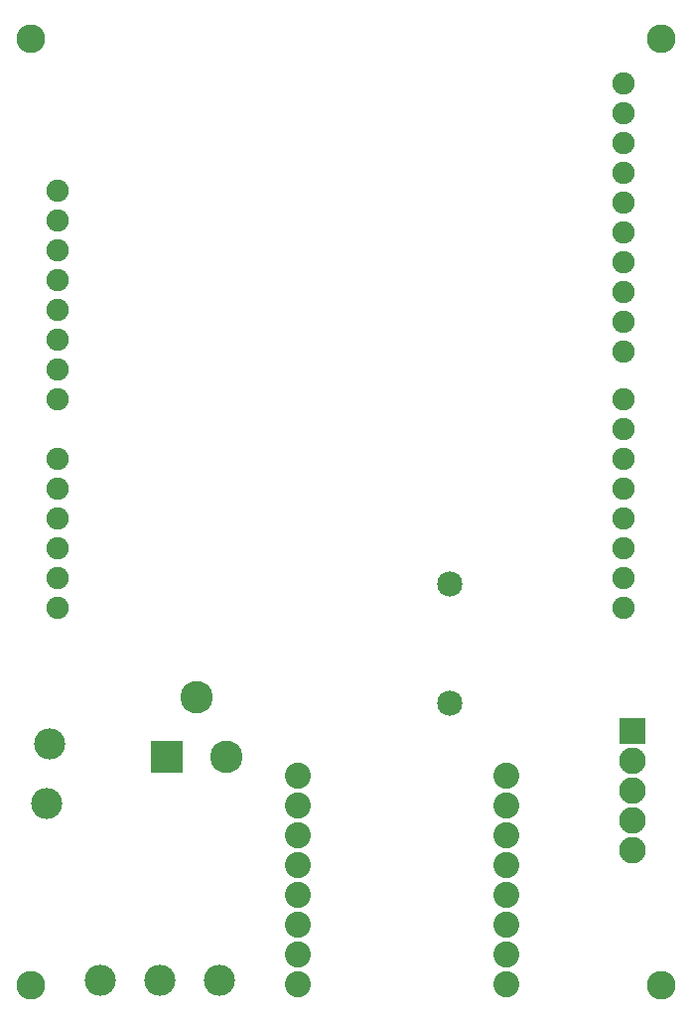
<source format=gts>
G04 MADE WITH FRITZING*
G04 WWW.FRITZING.ORG*
G04 DOUBLE SIDED*
G04 HOLES PLATED*
G04 CONTOUR ON CENTER OF CONTOUR VECTOR*
%ASAXBY*%
%FSLAX23Y23*%
%MOIN*%
%OFA0B0*%
%SFA1.0B1.0*%
%ADD10C,0.089370*%
%ADD11C,0.109000*%
%ADD12C,0.104488*%
%ADD13C,0.085000*%
%ADD14C,0.096614*%
%ADD15C,0.087701*%
%ADD16C,0.075278*%
%ADD17R,0.089370X0.089370*%
%ADD18R,0.109000X0.109000*%
%LNMASK1*%
G90*
G70*
G54D10*
X2123Y961D03*
X2123Y861D03*
X2123Y761D03*
X2123Y661D03*
X2123Y561D03*
G54D11*
X760Y873D03*
X560Y873D03*
X660Y1073D03*
G54D12*
X168Y917D03*
X158Y717D03*
X337Y125D03*
X537Y125D03*
X737Y125D03*
G54D13*
X1510Y1455D03*
X1510Y1055D03*
G54D14*
X2220Y107D03*
X2220Y3285D03*
X104Y3283D03*
X104Y107D03*
G54D15*
X1001Y809D03*
X1001Y709D03*
X1001Y609D03*
X1001Y509D03*
X1001Y409D03*
X1001Y309D03*
X1001Y209D03*
X1001Y109D03*
X1700Y809D03*
X1700Y709D03*
X1700Y609D03*
X1700Y509D03*
X1700Y409D03*
X1700Y309D03*
X1700Y209D03*
X1700Y109D03*
G54D16*
X195Y1774D03*
X195Y1674D03*
X195Y1574D03*
X195Y1474D03*
X195Y1374D03*
X2095Y2234D03*
X2095Y2334D03*
X2095Y2434D03*
X2095Y2534D03*
X2095Y2634D03*
X2095Y2734D03*
X2095Y2834D03*
X2095Y2934D03*
X2095Y3034D03*
X2095Y3134D03*
X2095Y1374D03*
X2095Y1474D03*
X2095Y1574D03*
X2095Y1674D03*
X2095Y1774D03*
X2095Y1874D03*
X2095Y1974D03*
X2095Y2074D03*
X195Y2674D03*
X195Y2774D03*
X195Y2574D03*
X195Y2474D03*
X195Y2374D03*
X195Y2274D03*
X195Y2174D03*
X195Y2074D03*
X195Y1874D03*
G54D17*
X2123Y961D03*
G54D18*
X560Y873D03*
G04 End of Mask1*
M02*
</source>
